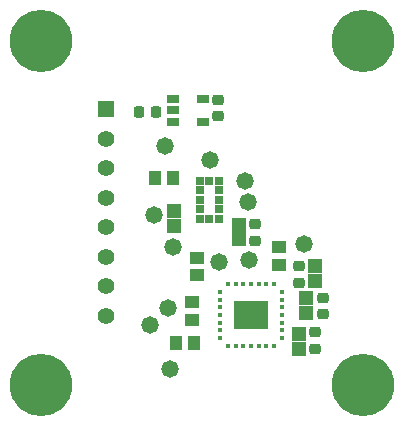
<source format=gts>
G04*
G04 #@! TF.GenerationSoftware,Altium Limited,Altium Designer,25.8.1 (18)*
G04*
G04 Layer_Color=8388736*
%FSLAX25Y25*%
%MOIN*%
G70*
G04*
G04 #@! TF.SameCoordinates,43C0CF26-5D00-403A-8535-6070E817F6AF*
G04*
G04*
G04 #@! TF.FilePolarity,Negative*
G04*
G01*
G75*
%ADD17R,0.01800X0.01400*%
%ADD24R,0.01400X0.01800*%
%ADD25R,0.03950X0.03162*%
%ADD26R,0.02769X0.02769*%
%ADD27R,0.04540X0.04540*%
%ADD28R,0.11800X0.09800*%
G04:AMPARAMS|DCode=29|XSize=37.92mil|YSize=34mil|CornerRadius=7.25mil|HoleSize=0mil|Usage=FLASHONLY|Rotation=0.000|XOffset=0mil|YOffset=0mil|HoleType=Round|Shape=RoundedRectangle|*
%AMROUNDEDRECTD29*
21,1,0.03792,0.01950,0,0,0.0*
21,1,0.02342,0.03400,0,0,0.0*
1,1,0.01450,0.01171,-0.00975*
1,1,0.01450,-0.01171,-0.00975*
1,1,0.01450,-0.01171,0.00975*
1,1,0.01450,0.01171,0.00975*
%
%ADD29ROUNDEDRECTD29*%
G04:AMPARAMS|DCode=30|XSize=37.92mil|YSize=34mil|CornerRadius=7.25mil|HoleSize=0mil|Usage=FLASHONLY|Rotation=270.000|XOffset=0mil|YOffset=0mil|HoleType=Round|Shape=RoundedRectangle|*
%AMROUNDEDRECTD30*
21,1,0.03792,0.01950,0,0,270.0*
21,1,0.02342,0.03400,0,0,270.0*
1,1,0.01450,-0.00975,-0.01171*
1,1,0.01450,-0.00975,0.01171*
1,1,0.01450,0.00975,0.01171*
1,1,0.01450,0.00975,-0.01171*
%
%ADD30ROUNDEDRECTD30*%
%ADD31R,0.03950X0.04737*%
%ADD32R,0.04737X0.03950*%
%ADD33C,0.05512*%
%ADD34R,0.05512X0.05512*%
%ADD35C,0.05800*%
%ADD36C,0.20800*%
D17*
X179809Y198573D02*
D03*
X200309D02*
D03*
Y203691D02*
D03*
Y201132D02*
D03*
Y206250D02*
D03*
Y208809D02*
D03*
Y211368D02*
D03*
Y213927D02*
D03*
X179809D02*
D03*
Y211368D02*
D03*
Y208809D02*
D03*
Y206250D02*
D03*
Y203691D02*
D03*
Y201132D02*
D03*
D24*
X197736Y216500D02*
D03*
X195177D02*
D03*
X192618D02*
D03*
X190059D02*
D03*
X187500D02*
D03*
X184941D02*
D03*
X182382D02*
D03*
Y196000D02*
D03*
X184941D02*
D03*
X187500D02*
D03*
X190059D02*
D03*
X192618D02*
D03*
X195177D02*
D03*
X197736D02*
D03*
D25*
X174020Y278240D02*
D03*
Y270760D02*
D03*
X163980D02*
D03*
Y274500D02*
D03*
Y278240D02*
D03*
D26*
X176150Y238350D02*
D03*
X173000Y247799D02*
D03*
Y241500D02*
D03*
Y244650D02*
D03*
X176150Y250949D02*
D03*
X173000Y238350D02*
D03*
X179299D02*
D03*
Y241500D02*
D03*
Y244650D02*
D03*
Y247799D02*
D03*
Y250949D02*
D03*
X173000D02*
D03*
D27*
X164500Y240921D02*
D03*
X186000Y231500D02*
D03*
X206000Y195000D02*
D03*
X208500Y212000D02*
D03*
X211500Y222500D02*
D03*
X164500Y236000D02*
D03*
X208500Y207079D02*
D03*
X186000Y236421D02*
D03*
X211500Y217579D02*
D03*
X206000Y199921D02*
D03*
D28*
X190059Y206250D02*
D03*
D29*
X191500Y231000D02*
D03*
X211500Y195000D02*
D03*
X214000Y212091D02*
D03*
X206000Y222591D02*
D03*
X179000Y272500D02*
D03*
X214000Y206579D02*
D03*
X191500Y236512D02*
D03*
X179000Y278012D02*
D03*
X206000Y217079D02*
D03*
X211500Y200512D02*
D03*
D30*
X152744Y274000D02*
D03*
X158256D02*
D03*
D31*
X158095Y252000D02*
D03*
X165047Y197000D02*
D03*
X164000Y252000D02*
D03*
X170953Y197000D02*
D03*
D32*
X170500Y204594D02*
D03*
X172000Y225406D02*
D03*
X199500Y228906D02*
D03*
Y223000D02*
D03*
X170500Y210500D02*
D03*
X172000Y219500D02*
D03*
D33*
X141583Y265106D02*
D03*
Y255264D02*
D03*
Y245421D02*
D03*
Y235579D02*
D03*
Y225736D02*
D03*
Y215894D02*
D03*
Y206051D02*
D03*
D34*
Y274949D02*
D03*
D35*
X164000Y229000D02*
D03*
X157677Y239677D02*
D03*
X176500Y258000D02*
D03*
X189000Y244000D02*
D03*
X188000Y251000D02*
D03*
X189500Y224500D02*
D03*
X207850Y230009D02*
D03*
X161500Y262500D02*
D03*
X162500Y208500D02*
D03*
X156500Y203000D02*
D03*
X162891Y188416D02*
D03*
X179500Y224000D02*
D03*
D36*
X120000Y183071D02*
D03*
Y297500D02*
D03*
X227500Y183071D02*
D03*
Y297500D02*
D03*
M02*

</source>
